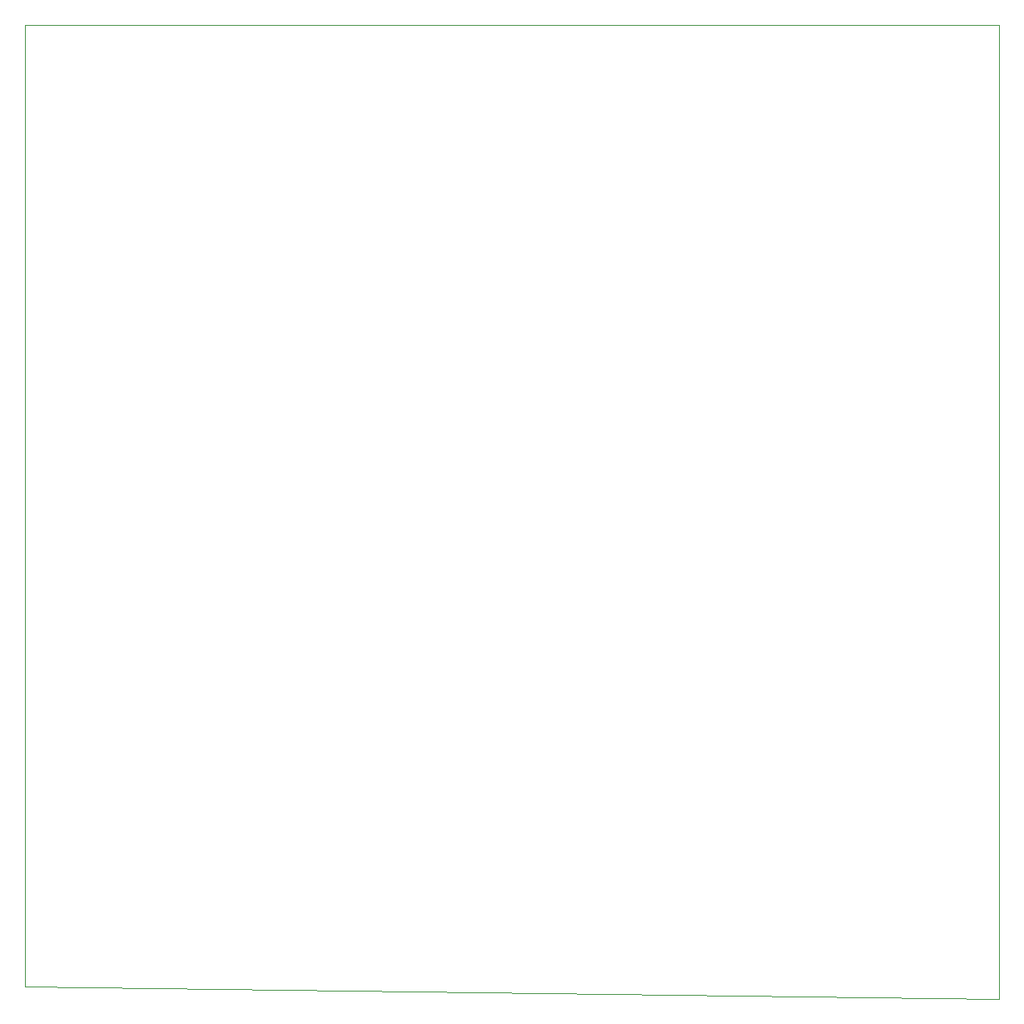
<source format=gbr>
%TF.GenerationSoftware,KiCad,Pcbnew,5.1.8-5.1.8*%
%TF.CreationDate,2021-02-27T17:22:07+08:00*%
%TF.ProjectId,Resolver,5265736f-6c76-4657-922e-6b696361645f,rev?*%
%TF.SameCoordinates,Original*%
%TF.FileFunction,Profile,NP*%
%FSLAX46Y46*%
G04 Gerber Fmt 4.6, Leading zero omitted, Abs format (unit mm)*
G04 Created by KiCad (PCBNEW 5.1.8-5.1.8) date 2021-02-27 17:22:07*
%MOMM*%
%LPD*%
G01*
G04 APERTURE LIST*
%TA.AperFunction,Profile*%
%ADD10C,0.100000*%
%TD*%
G04 APERTURE END LIST*
D10*
X160020000Y-500380000D02*
X160020000Y-402590000D01*
X259080000Y-501650000D02*
X160020000Y-500380000D01*
X259080000Y-402590000D02*
X259080000Y-501650000D01*
X160020000Y-402590000D02*
X259080000Y-402590000D01*
M02*

</source>
